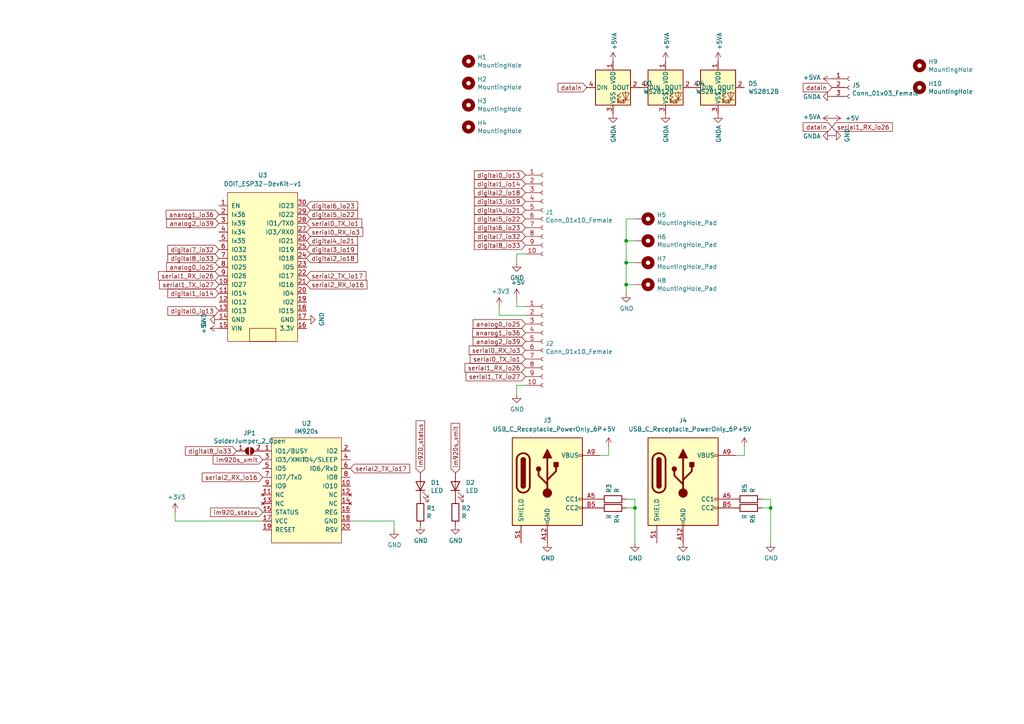
<source format=kicad_sch>
(kicad_sch (version 20230121) (generator eeschema)
  (paper "A4")
  (lib_symbols
    (symbol "Boad_dev:DOIT_ESP32-DevKit-v1" (pin_names (offset 1.016))
      (property "Reference" "U" (at 0 26.67 0))
      (property "Value" "DOIT_ESP32-DevKit-v1" (at 0 -26.67 0))
      (symbol "DOIT_ESP32-DevKit-v1_0_1"
        (rectangle (start -10.16 19.05) (end 10.16 -24.13) (fill (type background)))
        (rectangle (start -3.81 -20.32) (end 3.81 -24.13))
      )
      (symbol "DOIT_ESP32-DevKit-v1_1_1"
        (pin input line (at -12.7 15.24 0) (length 2.54) (name "EN") (number "1"))
        (pin bidirectional line (at -12.7 -7.62 0) (length 2.54) (name "IO27") (number "10"))
        (pin bidirectional line (at -12.7 -10.16 0) (length 2.54) (name "IO14") (number "11"))
        (pin bidirectional line (at -12.7 -12.7 0) (length 2.54) (name "IO12") (number "12"))
        (pin bidirectional line (at -12.7 -15.24 0) (length 2.54) (name "IO13") (number "13"))
        (pin power_in line (at -12.7 -17.78 0) (length 2.54) (name "GND") (number "14"))
        (pin power_in line (at -12.7 -20.32 0) (length 2.54) (name "VIN") (number "15"))
        (pin power_in line (at 12.7 -20.32 180) (length 2.54) (name "3.3V") (number "16"))
        (pin power_in line (at 12.7 -17.78 180) (length 2.54) (name "GND") (number "17"))
        (pin bidirectional line (at 12.7 -15.24 180) (length 2.54) (name "IO15") (number "18"))
        (pin bidirectional line (at 12.7 -12.7 180) (length 2.54) (name "IO2") (number "19"))
        (pin input line (at -12.7 12.7 0) (length 2.54) (name "Ix36") (number "2"))
        (pin bidirectional line (at 12.7 -10.16 180) (length 2.54) (name "IO4") (number "20"))
        (pin bidirectional line (at 12.7 -7.62 180) (length 2.54) (name "IO16") (number "21"))
        (pin bidirectional line (at 12.7 -5.08 180) (length 2.54) (name "IO17") (number "22"))
        (pin bidirectional line (at 12.7 -2.54 180) (length 2.54) (name "IO5") (number "23"))
        (pin bidirectional line (at 12.7 0 180) (length 2.54) (name "IO18") (number "24"))
        (pin bidirectional line (at 12.7 2.54 180) (length 2.54) (name "IO19") (number "25"))
        (pin bidirectional line (at 12.7 5.08 180) (length 2.54) (name "IO21") (number "26"))
        (pin input line (at 12.7 7.62 180) (length 2.54) (name "IO3/RX0") (number "27"))
        (pin output line (at 12.7 10.16 180) (length 2.54) (name "IO1/TX0") (number "28"))
        (pin bidirectional line (at 12.7 12.7 180) (length 2.54) (name "IO22") (number "29"))
        (pin input line (at -12.7 10.16 0) (length 2.54) (name "Ix39") (number "3"))
        (pin bidirectional line (at 12.7 15.24 180) (length 2.54) (name "IO23") (number "30"))
        (pin input line (at -12.7 7.62 0) (length 2.54) (name "Ix34") (number "4"))
        (pin input line (at -12.7 5.08 0) (length 2.54) (name "Ix35") (number "5"))
        (pin bidirectional line (at -12.7 2.54 0) (length 2.54) (name "IO32") (number "6"))
        (pin bidirectional line (at -12.7 0 0) (length 2.54) (name "IO33") (number "7"))
        (pin bidirectional line (at -12.7 -2.54 0) (length 2.54) (name "IO25") (number "8"))
        (pin bidirectional line (at -12.7 -5.08 0) (length 2.54) (name "IO26") (number "9"))
      )
    )
    (symbol "Connector:USB_C_Receptacle_PowerOnly_6P" (pin_names (offset 1.016))
      (property "Reference" "J" (at 0 16.51 0))
      (property "Value" "USB_C_Receptacle_PowerOnly_6P" (at 0 13.97 0))
      (symbol "USB_C_Receptacle_PowerOnly_6P_0_0"
        (rectangle (start -0.254 -12.7) (end 0.254 -11.684))
        (rectangle (start 10.16 -7.366) (end 9.144 -7.874))
        (rectangle (start 10.16 -4.826) (end 9.144 -5.334))
        (rectangle (start 10.16 7.874) (end 9.144 7.366))
      )
      (symbol "USB_C_Receptacle_PowerOnly_6P_0_1"
        (rectangle (start -10.16 12.7) (end 10.16 -12.7) (stroke (width 0.254)) (fill (type background)))
        (arc (start -8.89 -1.27) (mid -6.985 -3.1667) (end -5.08 -1.27) (stroke (width 0.508)))
        (arc (start -7.62 -1.27) (mid -6.985 -1.9023) (end -6.35 -1.27) (stroke (width 0.254)))
        (arc (start -7.62 -1.27) (mid -6.985 -1.9023) (end -6.35 -1.27) (stroke (width 0.254)) (fill (type outline)))
        (rectangle (start -7.62 -1.27) (end -6.35 6.35) (stroke (width 0.254)) (fill (type outline)))
        (arc (start -6.35 6.35) (mid -6.985 6.9823) (end -7.62 6.35) (stroke (width 0.254)))
        (arc (start -6.35 6.35) (mid -6.985 6.9823) (end -7.62 6.35) (stroke (width 0.254)) (fill (type outline)))
        (arc (start -5.08 6.35) (mid -6.985 8.2467) (end -8.89 6.35) (stroke (width 0.508)))
        (circle (center -2.54 3.683) (radius 0.635) (stroke (width 0.254)) (fill (type outline)))
        (circle (center 0 -3.302) (radius 1.27) (fill (type outline)))
        (polyline (pts (xy -8.89 -1.27) (xy -8.89 6.35)) (stroke (width 0.508)))
        (polyline (pts (xy -5.08 6.35) (xy -5.08 -1.27)) (stroke (width 0.508)))
        (polyline (pts (xy 0 -3.302) (xy 0 6.858)) (stroke (width 0.508)))
        (polyline (pts (xy 0 -0.762) (xy -2.54 1.778) (xy -2.54 3.048)) (stroke (width 0.508)))
        (polyline (pts (xy 0 0.508) (xy 2.54 3.048) (xy 2.54 4.318)) (stroke (width 0.508)))
        (polyline (pts (xy -1.27 6.858) (xy 0 9.398) (xy 1.27 6.858) (xy -1.27 6.858)) (stroke (width 0.254)) (fill (type outline)))
        (rectangle (start 1.905 4.318) (end 3.175 5.588) (stroke (width 0.254)) (fill (type outline)))
      )
      (symbol "USB_C_Receptacle_PowerOnly_6P_1_1"
        (pin passive line (at 0 -17.78 90) (length 5.08) (name "GND") (number "A12"))
        (pin bidirectional line (at 15.24 -5.08 180) (length 5.08) (name "CC1") (number "A5"))
        (pin passive line (at 15.24 7.62 180) (length 5.08) (name "VBUS") (number "A9"))
        (pin passive line (at 0 -17.78 90) (length 5.08) hide (name "GND") (number "B12"))
        (pin bidirectional line (at 15.24 -7.62 180) (length 5.08) (name "CC2") (number "B5"))
        (pin passive line (at 15.24 7.62 180) (length 5.08) hide (name "VBUS") (number "B9"))
        (pin passive line (at -7.62 -17.78 90) (length 5.08) (name "SHIELD") (number "S1"))
      )
    )
    (symbol "Device:LED" (pin_numbers hide) (pin_names (offset 1.016) hide)
      (property "Reference" "D" (at 0 2.54 0))
      (property "Value" "LED" (at 0 -2.54 0))
      (symbol "LED_0_1"
        (polyline (pts (xy -1.27 -1.27) (xy -1.27 1.27)) (stroke (width 0.254)))
        (polyline (pts (xy -1.27 0) (xy 1.27 0)))
        (polyline (pts (xy 1.27 -1.27) (xy 1.27 1.27) (xy -1.27 0) (xy 1.27 -1.27)) (stroke (width 0.254)))
        (polyline (pts (xy -3.048 -0.762) (xy -4.572 -2.286) (xy -3.81 -2.286) (xy -4.572 -2.286) (xy -4.572 -1.524)))
        (polyline (pts (xy -1.778 -0.762) (xy -3.302 -2.286) (xy -2.54 -2.286) (xy -3.302 -2.286) (xy -3.302 -1.524)))
      )
      (symbol "LED_1_1"
        (pin passive line (at -3.81 0 0) (length 2.54) (name "K") (number "1"))
        (pin passive line (at 3.81 0 180) (length 2.54) (name "A") (number "2"))
      )
    )
    (symbol "Device:R" (pin_numbers hide) (pin_names (offset 0))
      (property "Reference" "R" (at 2.032 0 90))
      (property "Value" "R" (at 0 0 90))
      (symbol "R_0_1"
        (rectangle (start -1.016 -2.54) (end 1.016 2.54) (stroke (width 0.254)))
      )
      (symbol "R_1_1"
        (pin passive line (at 0 3.81 270) (length 1.27) (name "~") (number "1"))
        (pin passive line (at 0 -3.81 90) (length 1.27) (name "~") (number "2"))
      )
    )
    (symbol "Jumper:SolderJumper_2_Open" (pin_names (offset 0) hide)
      (property "Reference" "JP" (at 0 2.032 0))
      (property "Value" "SolderJumper_2_Open" (at 0 -2.54 0))
      (symbol "SolderJumper_2_Open_0_1"
        (arc (start -0.254 1.016) (mid -1.2656 0) (end -0.254 -1.016))
        (arc (start -0.254 1.016) (mid -1.2656 0) (end -0.254 -1.016) (fill (type outline)))
        (polyline (pts (xy -0.254 1.016) (xy -0.254 -1.016)))
        (polyline (pts (xy 0.254 1.016) (xy 0.254 -1.016)))
        (arc (start 0.254 -1.016) (mid 1.2656 0) (end 0.254 1.016))
        (arc (start 0.254 -1.016) (mid 1.2656 0) (end 0.254 1.016) (fill (type outline)))
      )
      (symbol "SolderJumper_2_Open_1_1"
        (pin passive line (at -3.81 0 0) (length 2.54) (name "A") (number "1"))
        (pin passive line (at 3.81 0 180) (length 2.54) (name "B") (number "2"))
      )
    )
    (symbol "LED:WS2812B" (pin_names (offset 0.254))
      (property "Reference" "D" (at 5.08 5.715 0))
      (property "Value" "WS2812B" (at 1.27 -5.715 0))
      (symbol "WS2812B_0_0"
        (text "RGB" (at 2.286 -4.191 0) (effects (font (size 0.762 0.762))))
      )
      (symbol "WS2812B_0_1"
        (polyline (pts (xy 1.27 -3.556) (xy 1.778 -3.556)))
        (polyline (pts (xy 1.27 -2.54) (xy 1.778 -2.54)))
        (polyline (pts (xy 4.699 -3.556) (xy 2.667 -3.556)))
        (polyline (pts (xy 2.286 -2.54) (xy 1.27 -3.556) (xy 1.27 -3.048)))
        (polyline (pts (xy 2.286 -1.524) (xy 1.27 -2.54) (xy 1.27 -2.032)))
        (polyline (pts (xy 3.683 -1.016) (xy 3.683 -3.556) (xy 3.683 -4.064)))
        (polyline (pts (xy 4.699 -1.524) (xy 2.667 -1.524) (xy 3.683 -3.556) (xy 4.699 -1.524)))
        (rectangle (start 5.08 5.08) (end -5.08 -5.08) (stroke (width 0.254)) (fill (type background)))
      )
      (symbol "WS2812B_1_1"
        (pin power_in line (at 0 7.62 270) (length 2.54) (name "VDD") (number "1"))
        (pin output line (at 7.62 0 180) (length 2.54) (name "DOUT") (number "2"))
        (pin power_in line (at 0 -7.62 90) (length 2.54) (name "VSS") (number "3"))
        (pin input line (at -7.62 0 0) (length 2.54) (name "DIN") (number "4"))
      )
    )
    (symbol "Mechanical:MountingHole" (pin_names (offset 1.016))
      (property "Reference" "H" (at 0 5.08 0))
      (property "Value" "MountingHole" (at 0 3.175 0))
      (symbol "MountingHole_0_1"
        (circle (center 0 0) (radius 1.27) (stroke (width 1.27)))
      )
    )
    (symbol "Mechanical:MountingHole_Pad" (pin_numbers hide) (pin_names (offset 1.016) hide)
      (property "Reference" "H" (at 0 6.35 0))
      (property "Value" "MountingHole_Pad" (at 0 4.445 0))
      (symbol "MountingHole_Pad_0_1"
        (circle (center 0 1.27) (radius 1.27) (stroke (width 1.27)))
      )
      (symbol "MountingHole_Pad_1_1"
        (pin input line (at 0 -2.54 90) (length 2.54) (name "1") (number "1"))
      )
    )
    (symbol "control_boad_2021-2-rescue:+3.3V-power" (power) (pin_names (offset 0))
      (property "Value" "+3.3V-power" (at 0 3.556 0))
      (symbol "+3.3V-power_0_1"
        (polyline (pts (xy -0.762 1.27) (xy 0 2.54)))
        (polyline (pts (xy 0 0) (xy 0 2.54)))
        (polyline (pts (xy 0 2.54) (xy 0.762 1.27)))
      )
      (symbol "+3.3V-power_1_1"
        (pin power_in line (at 0 0 90) (length 0) hide (name "+3V3") (number "1"))
      )
    )
    (symbol "control_boad_2021-2-rescue:Conn_01x03_Female-Connector" (pin_names (offset 1.016) hide)
      (property "Reference" "J" (at 0 5.08 0))
      (property "Value" "Connector_Conn_01x03_Female" (at 0 -5.08 0))
      (symbol "Conn_01x03_Female-Connector_1_1"
        (arc (start 0 -2.032) (mid -0.5058 -2.54) (end 0 -3.048) (stroke (width 0.1524)))
        (polyline (pts (xy -1.27 -2.54) (xy -0.508 -2.54)) (stroke (width 0.1524)))
        (polyline (pts (xy -1.27 0) (xy -0.508 0)) (stroke (width 0.1524)))
        (polyline (pts (xy -1.27 2.54) (xy -0.508 2.54)) (stroke (width 0.1524)))
        (arc (start 0 0.508) (mid -0.5058 0) (end 0 -0.508) (stroke (width 0.1524)))
        (arc (start 0 3.048) (mid -0.5058 2.54) (end 0 2.032) (stroke (width 0.1524)))
        (pin passive line (at -5.08 2.54 0) (length 3.81) (name "Pin_1") (number "1"))
        (pin passive line (at -5.08 0 0) (length 3.81) (name "Pin_2") (number "2"))
        (pin passive line (at -5.08 -2.54 0) (length 3.81) (name "Pin_3") (number "3"))
      )
    )
    (symbol "control_boad_2021-2-rescue:Conn_01x10_Female-Connector" (pin_names (offset 1.016) hide)
      (property "Reference" "J" (at 0 12.7 0))
      (property "Value" "Connector_Conn_01x10_Female" (at 0 -15.24 0))
      (symbol "Conn_01x10_Female-Connector_1_1"
        (arc (start 0 -12.192) (mid -0.5058 -12.7) (end 0 -13.208) (stroke (width 0.1524)))
        (arc (start 0 -9.652) (mid -0.5058 -10.16) (end 0 -10.668) (stroke (width 0.1524)))
        (arc (start 0 -7.112) (mid -0.5058 -7.62) (end 0 -8.128) (stroke (width 0.1524)))
        (arc (start 0 -4.572) (mid -0.5058 -5.08) (end 0 -5.588) (stroke (width 0.1524)))
        (arc (start 0 -2.032) (mid -0.5058 -2.54) (end 0 -3.048) (stroke (width 0.1524)))
        (polyline (pts (xy -1.27 -12.7) (xy -0.508 -12.7)) (stroke (width 0.1524)))
        (polyline (pts (xy -1.27 -10.16) (xy -0.508 -10.16)) (stroke (width 0.1524)))
        (polyline (pts (xy -1.27 -7.62) (xy -0.508 -7.62)) (stroke (width 0.1524)))
        (polyline (pts (xy -1.27 -5.08) (xy -0.508 -5.08)) (stroke (width 0.1524)))
        (polyline (pts (xy -1.27 -2.54) (xy -0.508 -2.54)) (stroke (width 0.1524)))
        (polyline (pts (xy -1.27 0) (xy -0.508 0)) (stroke (width 0.1524)))
        (polyline (pts (xy -1.27 2.54) (xy -0.508 2.54)) (stroke (width 0.1524)))
        (polyline (pts (xy -1.27 5.08) (xy -0.508 5.08)) (stroke (width 0.1524)))
        (polyline (pts (xy -1.27 7.62) (xy -0.508 7.62)) (stroke (width 0.1524)))
        (polyline (pts (xy -1.27 10.16) (xy -0.508 10.16)) (stroke (width 0.1524)))
        (arc (start 0 0.508) (mid -0.5058 0) (end 0 -0.508) (stroke (width 0.1524)))
        (arc (start 0 3.048) (mid -0.5058 2.54) (end 0 2.032) (stroke (width 0.1524)))
        (arc (start 0 5.588) (mid -0.5058 5.08) (end 0 4.572) (stroke (width 0.1524)))
        (arc (start 0 8.128) (mid -0.5058 7.62) (end 0 7.112) (stroke (width 0.1524)))
        (arc (start 0 10.668) (mid -0.5058 10.16) (end 0 9.652) (stroke (width 0.1524)))
        (pin passive line (at -5.08 10.16 0) (length 3.81) (name "Pin_1") (number "1"))
        (pin passive line (at -5.08 -12.7 0) (length 3.81) (name "Pin_10") (number "10"))
        (pin passive line (at -5.08 7.62 0) (length 3.81) (name "Pin_2") (number "2"))
        (pin passive line (at -5.08 5.08 0) (length 3.81) (name "Pin_3") (number "3"))
        (pin passive line (at -5.08 2.54 0) (length 3.81) (name "Pin_4") (number "4"))
        (pin passive line (at -5.08 0 0) (length 3.81) (name "Pin_5") (number "5"))
        (pin passive line (at -5.08 -2.54 0) (length 3.81) (name "Pin_6") (number "6"))
        (pin passive line (at -5.08 -5.08 0) (length 3.81) (name "Pin_7") (number "7"))
        (pin passive line (at -5.08 -7.62 0) (length 3.81) (name "Pin_8") (number "8"))
        (pin passive line (at -5.08 -10.16 0) (length 3.81) (name "Pin_9") (number "9"))
      )
    )
    (symbol "interplan:IM920s" (pin_names (offset 1.016))
      (property "Reference" "U" (at 0 13.97 0))
      (property "Value" "IM920s" (at 0 -19.05 0))
      (symbol "IM920s_0_1"
        (rectangle (start -10.16 12.7) (end 10.16 -17.78) (fill (type background)))
      )
      (symbol "IM920s_1_1"
        (pin input line (at -12.7 8.89 0) (length 2.54) (name "IO1/BUSY") (number "1"))
        (pin input line (at 12.7 -1.27 180) (length 2.54) (name "IO10") (number "10"))
        (pin no_connect line (at -12.7 -3.81 0) (length 2.54) (name "NC") (number "11"))
        (pin no_connect line (at 12.7 -3.81 180) (length 2.54) (name "NC") (number "12"))
        (pin no_connect line (at -12.7 -6.35 0) (length 2.54) (name "NC") (number "13"))
        (pin no_connect line (at 12.7 -6.35 180) (length 2.54) (name "NC") (number "14"))
        (pin input line (at -12.7 -8.89 0) (length 2.54) (name "STATUS") (number "15"))
        (pin input line (at 12.7 -8.89 180) (length 2.54) (name "REG") (number "16"))
        (pin input line (at -12.7 -11.43 0) (length 2.54) (name "VCC") (number "17"))
        (pin input line (at 12.7 -11.43 180) (length 2.54) (name "GND") (number "18"))
        (pin input line (at -12.7 -13.97 0) (length 2.54) (name "RESET") (number "19"))
        (pin input line (at 12.7 8.89 180) (length 2.54) (name "IO2") (number "2"))
        (pin input line (at 12.7 -13.97 180) (length 2.54) (name "RSV") (number "20"))
        (pin input line (at -12.7 6.35 0) (length 2.54) (name "IO3/XMIT") (number "3"))
        (pin input line (at 12.7 6.35 180) (length 2.54) (name "IO4/SLEEP") (number "4"))
        (pin input line (at -12.7 3.81 0) (length 2.54) (name "IO5") (number "5"))
        (pin input line (at 12.7 3.81 180) (length 2.54) (name "IO6/RxD") (number "6"))
        (pin input line (at -12.7 1.27 0) (length 2.54) (name "IO7/TxD") (number "7"))
        (pin input line (at 12.7 1.27 180) (length 2.54) (name "IO8") (number "8"))
        (pin input line (at -12.7 -1.27 0) (length 2.54) (name "IO9") (number "9"))
      )
    )
    (symbol "power:+5V" (power) (pin_names (offset 0))
      (property "Value" "+5V" (at 0 3.556 0))
      (symbol "+5V_0_1"
        (polyline (pts (xy -0.762 1.27) (xy 0 2.54)))
        (polyline (pts (xy 0 0) (xy 0 2.54)))
        (polyline (pts (xy 0 2.54) (xy 0.762 1.27)))
      )
      (symbol "+5V_1_1"
        (pin power_in line (at 0 0 90) (length 0) hide (name "+5V") (number "1"))
      )
    )
    (symbol "power:+5VA" (power) (pin_names (offset 0))
      (property "Value" "+5VA" (at 0 3.556 0))
      (symbol "+5VA_0_1"
        (polyline (pts (xy -0.762 1.27) (xy 0 2.54)))
        (polyline (pts (xy 0 0) (xy 0 2.54)))
        (polyline (pts (xy 0 2.54) (xy 0.762 1.27)))
      )
      (symbol "+5VA_1_1"
        (pin power_in line (at 0 0 90) (length 0) hide (name "+5VA") (number "1"))
      )
    )
    (symbol "power:GND" (power) (pin_names (offset 0))
      (property "Value" "GND" (at 0 -3.81 0))
      (symbol "GND_0_1"
        (polyline (pts (xy 0 0) (xy 0 -1.27) (xy 1.27 -1.27) (xy 0 -2.54) (xy -1.27 -1.27) (xy 0 -1.27)))
      )
      (symbol "GND_1_1"
        (pin power_in line (at 0 0 270) (length 0) hide (name "GND") (number "1"))
      )
    )
    (symbol "power:GNDA" (power) (pin_names (offset 0))
      (property "Value" "GNDA" (at 0 -3.81 0))
      (symbol "GNDA_0_1"
        (polyline (pts (xy 0 0) (xy 0 -1.27) (xy 1.27 -1.27) (xy 0 -2.54) (xy -1.27 -1.27) (xy 0 -1.27)))
      )
      (symbol "GNDA_1_1"
        (pin power_in line (at 0 0 270) (length 0) hide (name "GNDA") (number "1"))
      )
    )
  )
  (junction (at 184.15 147.32))
  (junction (at 223.52 147.32))
  (junction (at 181.61 69.85))
  (junction (at 181.61 76.2))
  (junction (at 181.61 82.55))
  (wire (pts (xy 184.15 69.85) (xy 181.61 69.85)))
  (wire (pts (xy 149.86 86.36) (xy 149.86 88.9)))
  (wire (pts (xy 184.15 63.5) (xy 181.61 63.5)))
  (wire (pts (xy 181.61 63.5) (xy 181.61 69.85)))
  (wire (pts (xy 215.9 129.54) (xy 215.9 132.08)))
  (wire (pts (xy 184.15 147.32) (xy 184.15 157.48)))
  (wire (pts (xy 181.61 144.78) (xy 184.15 144.78)))
  (wire (pts (xy 114.3 151.13) (xy 114.3 153.67)))
  (wire (pts (xy 220.98 147.32) (xy 223.52 147.32)))
  (wire (pts (xy 50.8 151.13) (xy 50.8 148.59)))
  (wire (pts (xy 181.61 147.32) (xy 184.15 147.32)))
  (wire (pts (xy 149.86 88.9) (xy 152.4 88.9)))
  (wire (pts (xy 184.15 144.78) (xy 184.15 147.32)))
  (wire (pts (xy 220.98 144.78) (xy 223.52 144.78)))
  (wire (pts (xy 152.4 91.44) (xy 144.78 91.44)))
  (wire (pts (xy 176.53 129.54) (xy 176.53 132.08)))
  (wire (pts (xy 149.86 73.66) (xy 149.86 76.2)))
  (wire (pts (xy 149.86 111.76) (xy 152.4 111.76)))
  (wire (pts (xy 181.61 82.55) (xy 181.61 85.09)))
  (wire (pts (xy 181.61 69.85) (xy 181.61 76.2)))
  (wire (pts (xy 149.86 114.3) (xy 149.86 111.76)))
  (wire (pts (xy 181.61 76.2) (xy 184.15 76.2)))
  (wire (pts (xy 223.52 147.32) (xy 223.52 157.48)))
  (wire (pts (xy 76.2 151.13) (xy 50.8 151.13)))
  (wire (pts (xy 101.6 151.13) (xy 114.3 151.13)))
  (wire (pts (xy 181.61 76.2) (xy 181.61 82.55)))
  (wire (pts (xy 152.4 73.66) (xy 149.86 73.66)))
  (wire (pts (xy 215.9 132.08) (xy 213.36 132.08)))
  (wire (pts (xy 223.52 144.78) (xy 223.52 147.32)))
  (wire (pts (xy 176.53 132.08) (xy 173.99 132.08)))
  (wire (pts (xy 144.78 88.9) (xy 144.78 91.44)))
  (wire (pts (xy 184.15 82.55) (xy 181.61 82.55)))
  (global_label "analog0_io25" (shape input) (at 63.5 77.47 180) (property "Intersheetrefs" "${INTERSHEET_REFS}" (effects hide)))
  (global_label "datain" (shape input) (at 241.3 25.4 180) (property "Intersheetrefs" "${INTERSHEET_REFS}" (effects hide)))
  (global_label "serial2_RX_io16" (shape input) (at 76.2 138.43 180) (property "Intersheetrefs" "${INTERSHEET_REFS}" (effects hide)))
  (global_label "datain" (shape input) (at 170.18 25.4 180) (property "Intersheetrefs" "${INTERSHEET_REFS}" (effects hide)))
  (global_label "digital8_io33" (shape input) (at 152.4 71.12 180) (property "Intersheetrefs" "${INTERSHEET_REFS}" (effects hide)))
  (global_label "digital2_io18" (shape input) (at 152.4 55.88 180) (property "Intersheetrefs" "${INTERSHEET_REFS}" (effects hide)))
  (global_label "datain" (shape input) (at 241.3 36.83 180) (property "Intersheetrefs" "${INTERSHEET_REFS}" (effects hide)))
  (global_label "serial2_TX_io17" (shape input) (at 88.9 80.01 0) (property "Intersheetrefs" "${INTERSHEET_REFS}" (effects hide)))
  (global_label "anarog1_io36" (shape input) (at 152.4 96.52 180) (property "Intersheetrefs" "${INTERSHEET_REFS}" (effects hide)))
  (global_label "serial1_TX_io27" (shape input) (at 63.5 82.55 180) (property "Intersheetrefs" "${INTERSHEET_REFS}" (effects hide)))
  (global_label "serial0_RX_io3" (shape input) (at 152.4 101.6 180) (property "Intersheetrefs" "${INTERSHEET_REFS}" (effects hide)))
  (global_label "digital1_io14" (shape input) (at 152.4 53.34 180) (property "Intersheetrefs" "${INTERSHEET_REFS}" (effects hide)))
  (global_label "im920s_xmit" (shape input) (at 76.2 133.35 180) (property "Intersheetrefs" "${INTERSHEET_REFS}" (effects hide)))
  (global_label "digital7_io32" (shape input) (at 152.4 68.58 180) (property "Intersheetrefs" "${INTERSHEET_REFS}" (effects hide)))
  (global_label "analog2_io39" (shape input) (at 63.5 64.77 180) (property "Intersheetrefs" "${INTERSHEET_REFS}" (effects hide)))
  (global_label "digital3_io19" (shape input) (at 88.9 72.39 0) (property "Intersheetrefs" "${INTERSHEET_REFS}" (effects hide)))
  (global_label "serial2_RX_io16" (shape input) (at 88.9 82.55 0) (property "Intersheetrefs" "${INTERSHEET_REFS}" (effects hide)))
  (global_label "serial1_RX_io26" (shape input) (at 241.3 36.83 0) (property "Intersheetrefs" "${INTERSHEET_REFS}" (effects hide)))
  (global_label "digital8_io33" (shape input) (at 63.5 74.93 180) (property "Intersheetrefs" "${INTERSHEET_REFS}" (effects hide)))
  (global_label "digital5_io22" (shape input) (at 88.9 62.23 0) (property "Intersheetrefs" "${INTERSHEET_REFS}" (effects hide)))
  (global_label "digital0_io13" (shape input) (at 63.5 90.17 180) (property "Intersheetrefs" "${INTERSHEET_REFS}" (effects hide)))
  (global_label "im920s_xmit" (shape input) (at 132.08 137.16 90) (property "Intersheetrefs" "${INTERSHEET_REFS}" (effects hide)))
  (global_label "digital2_io18" (shape input) (at 88.9 74.93 0) (property "Intersheetrefs" "${INTERSHEET_REFS}" (effects hide)))
  (global_label "serial0_TX_io1" (shape input) (at 88.9 64.77 0) (property "Intersheetrefs" "${INTERSHEET_REFS}" (effects hide)))
  (global_label "serial2_TX_io17" (shape input) (at 101.6 135.89 0) (property "Intersheetrefs" "${INTERSHEET_REFS}" (effects hide)))
  (global_label "digital8_io33" (shape input) (at 68.58 130.81 180) (property "Intersheetrefs" "${INTERSHEET_REFS}" (effects hide)))
  (global_label "digital4_io21" (shape input) (at 152.4 60.96 180) (property "Intersheetrefs" "${INTERSHEET_REFS}" (effects hide)))
  (global_label "analog2_io39" (shape input) (at 152.4 99.06 180) (property "Intersheetrefs" "${INTERSHEET_REFS}" (effects hide)))
  (global_label "serial1_TX_io27" (shape input) (at 152.4 109.22 180) (property "Intersheetrefs" "${INTERSHEET_REFS}" (effects hide)))
  (global_label "digital7_io32" (shape input) (at 63.5 72.39 180) (property "Intersheetrefs" "${INTERSHEET_REFS}" (effects hide)))
  (global_label "digital0_io13" (shape input) (at 152.4 50.8 180) (property "Intersheetrefs" "${INTERSHEET_REFS}" (effects hide)))
  (global_label "serial1_RX_io26" (shape input) (at 63.5 80.01 180) (property "Intersheetrefs" "${INTERSHEET_REFS}" (effects hide)))
  (global_label "digital4_io21" (shape input) (at 88.9 69.85 0) (property "Intersheetrefs" "${INTERSHEET_REFS}" (effects hide)))
  (global_label "serial0_TX_io1" (shape input) (at 152.4 104.14 180) (property "Intersheetrefs" "${INTERSHEET_REFS}" (effects hide)))
  (global_label "anarog1_io36" (shape input) (at 63.5 62.23 180) (property "Intersheetrefs" "${INTERSHEET_REFS}" (effects hide)))
  (global_label "im920_status" (shape input) (at 121.92 137.16 90) (property "Intersheetrefs" "${INTERSHEET_REFS}" (effects hide)))
  (global_label "digital1_io14" (shape input) (at 63.5 85.09 180) (property "Intersheetrefs" "${INTERSHEET_REFS}" (effects hide)))
  (global_label "digital5_io22" (shape input) (at 152.4 63.5 180) (property "Intersheetrefs" "${INTERSHEET_REFS}" (effects hide)))
  (global_label "serial0_RX_io3" (shape input) (at 88.9 67.31 0) (property "Intersheetrefs" "${INTERSHEET_REFS}" (effects hide)))
  (global_label "digital6_io23" (shape input) (at 152.4 66.04 180) (property "Intersheetrefs" "${INTERSHEET_REFS}" (effects hide)))
  (global_label "analog0_io25" (shape input) (at 152.4 93.98 180) (property "Intersheetrefs" "${INTERSHEET_REFS}" (effects hide)))
  (global_label "digital3_io19" (shape input) (at 152.4 58.42 180) (property "Intersheetrefs" "${INTERSHEET_REFS}" (effects hide)))
  (global_label "im920_status" (shape input) (at 76.2 148.59 180) (property "Intersheetrefs" "${INTERSHEET_REFS}" (effects hide)))
  (global_label "serial1_RX_io26" (shape input) (at 152.4 106.68 180) (property "Intersheetrefs" "${INTERSHEET_REFS}" (effects hide)))
  (global_label "digital6_io23" (shape input) (at 88.9 59.69 0) (property "Intersheetrefs" "${INTERSHEET_REFS}" (effects hide)))
  (symbol (lib_id "control_boad_2021-2-rescue:Conn_01x03_Female-Connector") (at 246.38 25.4 0) (unit 1)
    (property "Reference" "J5" (at 247.0912 24.7396 0) (effects (justify left)))
    (property "Value" "Conn_01x03_Female" (at 247.0912 27.051 0) (effects (justify left)))
    (property "Footprint" "Connector_JST:JST_XA_B03B-XASK-1_1x03_P2.50mm_Vertical" (effects hide))
  )
  (symbol (lib_id "power:+5VA") (at 241.3 22.86 90) (unit 1)
    (property "Reference" "#PWR024" (effects hide))
    (property "Value" "+5VA" (at 238.0742 22.479 90) (effects (justify left)))
  )
  (symbol (lib_id "power:GNDA") (at 241.3 27.94 270) (unit 1)
    (property "Reference" "#PWR025" (effects hide))
    (property "Value" "GNDA" (at 238.0742 28.067 90) (effects (justify right)))
  )
  (symbol (lib_id "Mechanical:MountingHole") (at 135.89 17.78 0) (unit 1)
    (property "Reference" "H1" (at 138.43 16.6116 0) (effects (justify left)))
    (property "Value" "MountingHole" (at 138.43 18.923 0) (effects (justify left)))
    (property "Footprint" "MountingHole:MountingHole_3.2mm_M3_Pad_Via" (effects hide))
  )
  (symbol (lib_id "Mechanical:MountingHole") (at 135.89 24.13 0) (unit 1)
    (property "Reference" "H2" (at 138.43 22.9616 0) (effects (justify left)))
    (property "Value" "MountingHole" (at 138.43 25.273 0) (effects (justify left)))
    (property "Footprint" "MountingHole:MountingHole_3.2mm_M3_Pad_Via" (effects hide))
  )
  (symbol (lib_id "Mechanical:MountingHole") (at 135.89 30.48 0) (unit 1)
    (property "Reference" "H3" (at 138.43 29.3116 0) (effects (justify left)))
    (property "Value" "MountingHole" (at 138.43 31.623 0) (effects (justify left)))
    (property "Footprint" "MountingHole:MountingHole_3.2mm_M3_Pad_Via" (effects hide))
  )
  (symbol (lib_id "Mechanical:MountingHole") (at 266.7 19.05 0) (unit 1)
    (property "Reference" "H9" (at 269.24 17.8816 0) (effects (justify left)))
    (property "Value" "MountingHole" (at 269.24 20.193 0) (effects (justify left)))
    (property "Footprint" "MountingHole:MountingHole_3.2mm_M3_Pad" (effects hide))
  )
  (symbol (lib_id "Mechanical:MountingHole") (at 266.7 25.4 0) (unit 1)
    (property "Reference" "H10" (at 269.24 24.2316 0) (effects (justify left)))
    (property "Value" "MountingHole" (at 269.24 26.543 0) (effects (justify left)))
    (property "Footprint" "MountingHole:MountingHole_3.2mm_M3_Pad" (effects hide))
  )
  (symbol (lib_id "Mechanical:MountingHole") (at 135.89 36.83 0) (unit 1)
    (property "Reference" "H4" (at 138.43 35.6616 0) (effects (justify left)))
    (property "Value" "MountingHole" (at 138.43 37.973 0) (effects (justify left)))
    (property "Footprint" "MountingHole:MountingHole_3.2mm_M3_Pad_Via" (effects hide))
  )
  (symbol (lib_id "LED:WS2812B") (at 177.8 25.4 0) (unit 1)
    (property "Reference" "D3" (at 186.5376 24.2316 0) (effects (justify left)))
    (property "Value" "WS2812B" (at 186.5376 26.543 0) (effects (justify left)))
    (property "Footprint" "LED_SMD:LED_WS2812B_PLCC4_5.0x5.0mm_P3.2mm" (effects hide))
    (property "Datasheet" "https://cdn-shop.adafruit.com/datasheets/WS2812B.pdf" (effects hide))
  )
  (symbol (lib_id "Mechanical:MountingHole_Pad") (at 186.69 63.5 270) (unit 1)
    (property "Reference" "H5" (at 190.5 62.3316 90) (effects (justify left)))
    (property "Value" "MountingHole_Pad" (at 190.5 64.643 90) (effects (justify left)))
    (property "Footprint" "MountingHole:MountingHole_3.2mm_M3_Pad" (effects hide))
  )
  (symbol (lib_id "control_boad_2021-2-rescue:Conn_01x10_Female-Connector") (at 157.48 60.96 0) (unit 1)
    (property "Reference" "J1" (at 158.1912 61.5696 0) (effects (justify left)))
    (property "Value" "Conn_01x10_Female" (at 158.1912 63.881 0) (effects (justify left)))
    (property "Footprint" "Connector_PinSocket_2.54mm:PinSocket_1x10_P2.54mm_Vertical" (effects hide))
  )
  (symbol (lib_id "Mechanical:MountingHole_Pad") (at 186.69 69.85 270) (unit 1)
    (property "Reference" "H6" (at 190.5 68.6816 90) (effects (justify left)))
    (property "Value" "MountingHole_Pad" (at 190.5 70.993 90) (effects (justify left)))
    (property "Footprint" "MountingHole:MountingHole_3.2mm_M3_Pad" (effects hide))
  )
  (symbol (lib_id "Mechanical:MountingHole_Pad") (at 186.69 76.2 270) (unit 1)
    (property "Reference" "H7" (at 190.5 75.0316 90) (effects (justify left)))
    (property "Value" "MountingHole_Pad" (at 190.5 77.343 90) (effects (justify left)))
    (property "Footprint" "MountingHole:MountingHole_3.2mm_M3_Pad" (effects hide))
  )
  (symbol (lib_id "Mechanical:MountingHole_Pad") (at 186.69 82.55 270) (unit 1)
    (property "Reference" "H8" (at 190.5 81.3816 90) (effects (justify left)))
    (property "Value" "MountingHole_Pad" (at 190.5 83.693 90) (effects (justify left)))
    (property "Footprint" "MountingHole:MountingHole_3.2mm_M3_Pad" (effects hide))
  )
  (symbol (lib_id "LED:WS2812B") (at 193.04 25.4 0) (unit 1)
    (property "Reference" "D4" (at 201.7776 24.2316 0) (effects (justify left)))
    (property "Value" "WS2812B" (at 201.7776 26.543 0) (effects (justify left)))
    (property "Footprint" "LED_SMD:LED_WS2812B_PLCC4_5.0x5.0mm_P3.2mm" (effects hide))
    (property "Datasheet" "https://cdn-shop.adafruit.com/datasheets/WS2812B.pdf" (effects hide))
  )
  (symbol (lib_id "LED:WS2812B") (at 208.28 25.4 0) (unit 1)
    (property "Reference" "D5" (at 217.0176 24.2316 0) (effects (justify left)))
    (property "Value" "WS2812B" (at 217.0176 26.543 0) (effects (justify left)))
    (property "Footprint" "LED_SMD:LED_WS2812B_PLCC4_5.0x5.0mm_P3.2mm" (effects hide))
    (property "Datasheet" "https://cdn-shop.adafruit.com/datasheets/WS2812B.pdf" (effects hide))
  )
  (symbol (lib_id "power:GND") (at 181.61 85.09 0) (unit 1)
    (property "Reference" "#PWR013" (effects hide))
    (property "Value" "GND" (at 181.737 89.4842 0))
  )
  (symbol (lib_id "power:GNDA") (at 177.8 33.02 0) (unit 1)
    (property "Reference" "#PWR019" (effects hide))
    (property "Value" "GNDA" (at 177.927 36.2458 90) (effects (justify right)))
  )
  (symbol (lib_id "control_boad_2021-2-rescue:Conn_01x10_Female-Connector") (at 157.48 99.06 0) (unit 1)
    (property "Reference" "J2" (at 158.1912 99.6696 0) (effects (justify left)))
    (property "Value" "Conn_01x10_Female" (at 158.1912 101.981 0) (effects (justify left)))
    (property "Footprint" "Connector_PinSocket_2.54mm:PinSocket_1x10_P2.54mm_Vertical" (effects hide))
  )
  (symbol (lib_id "power:GNDA") (at 193.04 33.02 0) (unit 1)
    (property "Reference" "#PWR021" (effects hide))
    (property "Value" "GNDA" (at 193.167 36.2458 90) (effects (justify right)))
  )
  (symbol (lib_id "power:GNDA") (at 208.28 33.02 0) (unit 1)
    (property "Reference" "#PWR023" (effects hide))
    (property "Value" "GNDA" (at 208.407 36.2458 90) (effects (justify right)))
  )
  (symbol (lib_id "power:+5VA") (at 177.8 17.78 0) (unit 1)
    (property "Reference" "#PWR018" (effects hide))
    (property "Value" "+5VA" (at 178.181 14.5542 90) (effects (justify left)))
  )
  (symbol (lib_id "Device:LED") (at 121.92 140.97 90) (unit 1)
    (property "Reference" "D1" (at 124.9172 139.9794 90) (effects (justify right)))
    (property "Value" "LED" (at 124.9172 142.2908 90) (effects (justify right)))
    (property "Footprint" "LED_SMD:LED_0603_1608Metric" (effects hide))
  )
  (symbol (lib_id "power:+5VA") (at 193.04 17.78 0) (unit 1)
    (property "Reference" "#PWR020" (effects hide))
    (property "Value" "+5VA" (at 193.421 14.5542 90) (effects (justify left)))
  )
  (symbol (lib_id "Device:LED") (at 132.08 140.97 90) (unit 1)
    (property "Reference" "D2" (at 135.0772 139.9794 90) (effects (justify right)))
    (property "Value" "LED" (at 135.0772 142.2908 90) (effects (justify right)))
    (property "Footprint" "LED_SMD:LED_0603_1608Metric" (effects hide))
  )
  (symbol (lib_id "power:GND") (at 149.86 76.2 0) (unit 1)
    (property "Reference" "#PWR08" (effects hide))
    (property "Value" "GND" (at 149.987 80.5942 0))
  )
  (symbol (lib_id "power:+5VA") (at 208.28 17.78 0) (unit 1)
    (property "Reference" "#PWR022" (effects hide))
    (property "Value" "+5VA" (at 208.661 14.5542 90) (effects (justify left)))
  )
  (symbol (lib_id "Device:R") (at 121.92 148.59 0) (unit 1)
    (property "Reference" "R1" (at 123.698 147.4216 0) (effects (justify left)))
    (property "Value" "R" (at 123.698 149.733 0) (effects (justify left)))
    (property "Footprint" "Resistor_SMD:R_0603_1608Metric" (effects hide))
  )
  (symbol (lib_id "power:GND") (at 149.86 114.3 0) (unit 1)
    (property "Reference" "#PWR010" (effects hide))
    (property "Value" "GND" (at 149.987 118.6942 0))
  )
  (symbol (lib_id "power:+5V") (at 149.86 86.36 0) (unit 1)
    (property "Reference" "#PWR09" (effects hide))
    (property "Value" "+5V" (at 150.241 81.9658 0))
  )
  (symbol (lib_id "control_boad_2021-2-rescue:+3.3V-power") (at 144.78 88.9 0) (unit 1)
    (property "Reference" "#PWR07" (effects hide))
    (property "Value" "+3.3V" (at 145.161 84.5058 0))
  )
  (symbol (lib_id "Device:R") (at 132.08 148.59 0) (unit 1)
    (property "Reference" "R2" (at 133.858 147.4216 0) (effects (justify left)))
    (property "Value" "R" (at 133.858 149.733 0) (effects (justify left)))
    (property "Footprint" "Resistor_SMD:R_0603_1608Metric" (effects hide))
  )
  (symbol (lib_id "power:GND") (at 121.92 152.4 0) (unit 1)
    (property "Reference" "#PWR014" (effects hide))
    (property "Value" "GND" (at 122.047 156.7942 0))
  )
  (symbol (lib_id "power:GND") (at 132.08 152.4 0) (unit 1)
    (property "Reference" "#PWR015" (effects hide))
    (property "Value" "GND" (at 132.207 156.7942 0))
  )
  (symbol (lib_id "interplan:IM920s") (at 88.9 139.7 0) (unit 1)
    (property "Reference" "U2" (at 88.9 122.809 0))
    (property "Value" "IM920s" (at 88.9 125.1204 0))
    (property "Footprint" "interplan:IM920s" (effects hide))
  )
  (symbol (lib_id "Jumper:SolderJumper_2_Open") (at 72.39 130.81 0) (unit 1)
    (property "Reference" "JP1" (at 72.39 125.603 0))
    (property "Value" "SolderJumper_2_Open" (at 72.39 127.9144 0))
    (property "Footprint" "Jumper:SolderJumper-2_P1.3mm_Open_TrianglePad1.0x1.5mm" (effects hide))
  )
  (symbol (lib_id "control_boad_2021-2-rescue:+3.3V-power") (at 50.8 148.59 0) (unit 1)
    (property "Reference" "#PWR02" (effects hide))
    (property "Value" "+3.3V" (at 51.181 144.1958 0))
  )
  (symbol (lib_id "power:GND") (at 114.3 153.67 0) (unit 1)
    (property "Reference" "#PWR05" (effects hide))
    (property "Value" "GND" (at 114.427 158.0642 0))
  )
  (symbol (lib_id "power:GND") (at 63.5 92.71 270) (unit 1)
    (property "Reference" "#PWR032" (effects hide))
    (property "Value" "GND" (at 59.1058 92.837 0))
  )
  (symbol (lib_id "Boad_dev:DOIT_ESP32-DevKit-v1") (at 76.2 74.93 0) (unit 1)
    (property "Reference" "U3" (at 76.2 50.8 0))
    (property "Value" "DOIT_ESP32-DevKit-v1" (at 76.2 53.34 0))
    (property "Footprint" "Boad_dev:DOIT_ESP32-DevKit-v1" (effects hide))
  )
  (symbol (lib_id "power:+5V") (at 176.53 129.54 0) (unit 1)
    (property "Reference" "#PWR026" (effects hide))
    (property "Value" "+5V" (at 176.53 124.46 0))
  )
  (symbol (lib_id "power:+5VA") (at 241.3 34.29 90) (unit 1)
    (property "Reference" "#PWR017" (effects hide))
    (property "Value" "+5VA" (at 238.0742 33.909 90) (effects (justify left)))
  )
  (symbol (lib_id "Device:R") (at 177.8 147.32 270) (unit 1)
    (property "Reference" "R4" (at 178.9684 149.098 0) (effects (justify left)))
    (property "Value" "R" (at 176.657 149.098 0) (effects (justify left)))
    (property "Footprint" "Resistor_SMD:R_0603_1608Metric" (effects hide))
  )
  (symbol (lib_id "Device:R") (at 217.17 144.78 90) (unit 1)
    (property "Reference" "R5" (at 216.0016 143.002 0) (effects (justify left)))
    (property "Value" "R" (at 218.313 143.002 0) (effects (justify left)))
    (property "Footprint" "Resistor_SMD:R_0603_1608Metric" (effects hide))
  )
  (symbol (lib_id "power:GND") (at 223.52 157.48 0) (unit 1)
    (property "Reference" "#PWR012" (effects hide))
    (property "Value" "GND" (at 223.647 161.8742 0))
  )
  (symbol (lib_id "power:GND") (at 88.9 92.71 90) (unit 1)
    (property "Reference" "#PWR034" (effects hide))
    (property "Value" "GND" (at 93.2942 92.583 0))
  )
  (symbol (lib_id "power:GND") (at 241.3 39.37 90) (unit 1)
    (property "Reference" "#PWR031" (effects hide))
    (property "Value" "GND" (at 245.6942 39.243 0))
  )
  (symbol (lib_id "Device:R") (at 177.8 144.78 90) (unit 1)
    (property "Reference" "R3" (at 176.6316 143.002 0) (effects (justify left)))
    (property "Value" "R" (at 178.943 143.002 0) (effects (justify left)))
    (property "Footprint" "Resistor_SMD:R_0603_1608Metric" (effects hide))
  )
  (symbol (lib_id "power:+5V") (at 241.3 34.29 270) (unit 1)
    (property "Reference" "#PWR030" (effects hide))
    (property "Value" "+5V" (at 245.11 34.29 90) (effects (justify left)))
  )
  (symbol (lib_id "power:GND") (at 158.75 157.48 0) (unit 1)
    (property "Reference" "#PWR027" (effects hide))
    (property "Value" "GND" (at 158.877 161.8742 0))
  )
  (symbol (lib_id "Device:R") (at 217.17 147.32 270) (unit 1)
    (property "Reference" "R6" (at 218.3384 149.098 0) (effects (justify left)))
    (property "Value" "R" (at 216.027 149.098 0) (effects (justify left)))
    (property "Footprint" "Resistor_SMD:R_0603_1608Metric" (effects hide))
  )
  (symbol (lib_id "power:+5V") (at 63.5 95.25 90) (unit 1)
    (property "Reference" "#PWR033" (effects hide))
    (property "Value" "+5V" (at 59.1058 94.869 0))
  )
  (symbol (lib_id "Connector:USB_C_Receptacle_PowerOnly_6P") (at 198.12 139.7 0) (unit 1)
    (property "Reference" "J4" (at 198.12 121.92 0))
    (property "Value" "USB_C_Receptacle_PowerOnly_6P" (at 198.12 124.46 0))
    (property "Footprint" "Connector_USB_additional:USB_C_Receptacle_CUI_ UJC-HP-3-SMT-TR_TopMnt_Horizontal" (effects hide))
    (property "Datasheet" "https://www.usb.org/sites/default/files/documents/usb_type-c.zip" (effects hide))
  )
  (symbol (lib_id "power:+5V") (at 215.9 129.54 0) (unit 1)
    (property "Reference" "#PWR016" (effects hide))
    (property "Value" "+5V" (at 215.9 124.46 0))
  )
  (symbol (lib_id "Connector:USB_C_Receptacle_PowerOnly_6P") (at 158.75 139.7 0) (unit 1)
    (property "Reference" "J3" (at 158.75 121.92 0))
    (property "Value" "USB_C_Receptacle_PowerOnly_6P" (at 158.75 124.46 0))
    (property "Footprint" "Connector_USB_additional:USB_C_Receptacle_CUI_ UJC-HP-3-SMT-TR_TopMnt_Horizontal" (effects hide))
    (property "Datasheet" "https://www.usb.org/sites/default/files/documents/usb_type-c.zip" (effects hide))
  )
  (symbol (lib_id "power:GND") (at 184.15 157.48 0) (unit 1)
    (property "Reference" "#PWR011" (effects hide))
    (property "Value" "GND" (at 184.277 161.8742 0))
  )
  (symbol (lib_id "power:GNDA") (at 241.3 39.37 270) (unit 1)
    (property "Reference" "#PWR029" (effects hide))
    (property "Value" "GNDA" (at 238.0742 39.497 90) (effects (justify right)))
  )
  (symbol (lib_id "power:GND") (at 198.12 157.48 0) (unit 1)
    (property "Reference" "#PWR028" (effects hide))
    (property "Value" "GND" (at 198.247 161.8742 0))
  )
)
</source>
